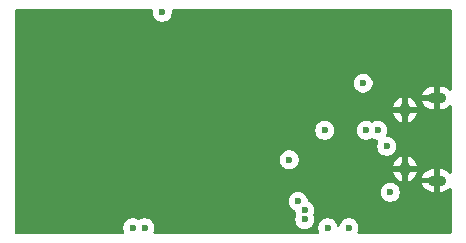
<source format=gbr>
%TF.GenerationSoftware,KiCad,Pcbnew,9.0.1*%
%TF.CreationDate,2025-05-26T16:44:25+02:00*%
%TF.ProjectId,Janus HW,4a616e75-7320-4485-972e-6b696361645f,rev?*%
%TF.SameCoordinates,Original*%
%TF.FileFunction,Copper,L3,Inr*%
%TF.FilePolarity,Positive*%
%FSLAX46Y46*%
G04 Gerber Fmt 4.6, Leading zero omitted, Abs format (unit mm)*
G04 Created by KiCad (PCBNEW 9.0.1) date 2025-05-26 16:44:25*
%MOMM*%
%LPD*%
G01*
G04 APERTURE LIST*
%TA.AperFunction,HeatsinkPad*%
%ADD10O,1.550000X0.890000*%
%TD*%
%TA.AperFunction,HeatsinkPad*%
%ADD11O,0.950000X1.250000*%
%TD*%
%TA.AperFunction,ViaPad*%
%ADD12C,0.600000*%
%TD*%
G04 APERTURE END LIST*
D10*
%TO.N,GND*%
%TO.C,J1*%
X202500000Y-64000000D03*
D11*
X199800000Y-65000000D03*
X199800000Y-70000000D03*
D10*
X202500000Y-71000000D03*
%TD*%
D12*
%TO.N,+3.3V*%
X196250000Y-62750000D03*
%TO.N,GND*%
X195000000Y-62000000D03*
X194250000Y-60250000D03*
X191000000Y-62250000D03*
%TO.N,Net-(J1-D-)*%
X197500000Y-66750000D03*
%TO.N,Net-(J1-D+)*%
X196500000Y-66750000D03*
%TO.N,GND*%
X191508630Y-65743806D03*
%TO.N,+5V*%
X193000000Y-66750000D03*
%TO.N,GND*%
X199750000Y-73250000D03*
%TO.N,SPI_NSS*%
X193250000Y-75000000D03*
%TO.N,SPI_SCK*%
X190750000Y-72750000D03*
%TO.N,SPI_DIO0*%
X190000000Y-69250000D03*
%TO.N,+3.3V*%
X179250000Y-56750000D03*
%TO.N,GND*%
X194805000Y-71305000D03*
X194805000Y-71305000D03*
X181250000Y-75000000D03*
X175000000Y-75000000D03*
X186750000Y-72750000D03*
X186500000Y-58000000D03*
X172750000Y-56750000D03*
X171500000Y-56750000D03*
%TO.N,+3.3V*%
X177750000Y-75000000D03*
X176750000Y-75000000D03*
%TO.N,SPI_MISO*%
X191305000Y-73500000D03*
%TO.N,SPI_MOSI*%
X191305000Y-74300003D03*
%TO.N,+3.3V*%
X198555000Y-72000000D03*
X195055000Y-75000000D03*
X198250000Y-68100000D03*
%TD*%
%TA.AperFunction,Conductor*%
%TO.N,GND*%
G36*
X178399390Y-56520185D02*
G01*
X178445145Y-56572989D01*
X178455089Y-56642147D01*
X178453969Y-56648690D01*
X178449500Y-56671158D01*
X178449500Y-56828846D01*
X178480261Y-56983489D01*
X178480264Y-56983501D01*
X178540602Y-57129172D01*
X178540609Y-57129185D01*
X178628210Y-57260288D01*
X178628213Y-57260292D01*
X178739707Y-57371786D01*
X178739711Y-57371789D01*
X178870814Y-57459390D01*
X178870827Y-57459397D01*
X179016498Y-57519735D01*
X179016503Y-57519737D01*
X179171153Y-57550499D01*
X179171156Y-57550500D01*
X179171158Y-57550500D01*
X179328844Y-57550500D01*
X179328845Y-57550499D01*
X179483497Y-57519737D01*
X179629179Y-57459394D01*
X179760289Y-57371789D01*
X179871789Y-57260289D01*
X179959394Y-57129179D01*
X180019737Y-56983497D01*
X180050500Y-56828842D01*
X180050500Y-56671158D01*
X180046031Y-56648690D01*
X180052260Y-56579099D01*
X180095123Y-56523922D01*
X180161013Y-56500678D01*
X180167649Y-56500500D01*
X203625500Y-56500500D01*
X203692539Y-56520185D01*
X203738294Y-56572989D01*
X203749500Y-56624500D01*
X203749500Y-63283706D01*
X203729815Y-63350745D01*
X203677011Y-63396500D01*
X203607853Y-63406444D01*
X203544297Y-63377419D01*
X203537819Y-63371387D01*
X203432405Y-63265973D01*
X203432401Y-63265970D01*
X203277631Y-63162555D01*
X203277622Y-63162550D01*
X203105646Y-63091316D01*
X203105638Y-63091314D01*
X202923077Y-63055000D01*
X202750000Y-63055000D01*
X202750000Y-63750000D01*
X202250000Y-63750000D01*
X202250000Y-63055000D01*
X202076923Y-63055000D01*
X201894361Y-63091314D01*
X201894353Y-63091316D01*
X201722377Y-63162550D01*
X201722368Y-63162555D01*
X201567598Y-63265970D01*
X201567594Y-63265973D01*
X201435973Y-63397594D01*
X201435970Y-63397598D01*
X201332555Y-63552368D01*
X201332548Y-63552381D01*
X201261317Y-63724350D01*
X201261316Y-63724355D01*
X201256216Y-63750000D01*
X202125272Y-63750000D01*
X202033386Y-63788060D01*
X201963060Y-63858386D01*
X201925000Y-63950272D01*
X201925000Y-64049728D01*
X201963060Y-64141614D01*
X202033386Y-64211940D01*
X202125272Y-64250000D01*
X201256216Y-64250000D01*
X201261316Y-64275644D01*
X201261317Y-64275649D01*
X201332548Y-64447618D01*
X201332555Y-64447631D01*
X201435970Y-64602401D01*
X201435973Y-64602405D01*
X201567594Y-64734026D01*
X201567598Y-64734029D01*
X201722368Y-64837444D01*
X201722377Y-64837449D01*
X201894353Y-64908683D01*
X201894361Y-64908685D01*
X202076921Y-64944999D01*
X202076924Y-64945000D01*
X202250000Y-64945000D01*
X202250000Y-64250000D01*
X202750000Y-64250000D01*
X202750000Y-64945000D01*
X202923076Y-64945000D01*
X202923078Y-64944999D01*
X203105638Y-64908685D01*
X203105646Y-64908683D01*
X203277622Y-64837449D01*
X203277631Y-64837444D01*
X203432401Y-64734029D01*
X203432405Y-64734026D01*
X203537819Y-64628613D01*
X203599142Y-64595128D01*
X203668834Y-64600112D01*
X203724767Y-64641984D01*
X203749184Y-64707448D01*
X203749500Y-64716294D01*
X203749500Y-70283706D01*
X203729815Y-70350745D01*
X203677011Y-70396500D01*
X203607853Y-70406444D01*
X203544297Y-70377419D01*
X203537819Y-70371387D01*
X203432405Y-70265973D01*
X203432401Y-70265970D01*
X203277631Y-70162555D01*
X203277622Y-70162550D01*
X203105646Y-70091316D01*
X203105638Y-70091314D01*
X202923077Y-70055000D01*
X202750000Y-70055000D01*
X202750000Y-70750000D01*
X202250000Y-70750000D01*
X202250000Y-70055000D01*
X202076923Y-70055000D01*
X201894361Y-70091314D01*
X201894353Y-70091316D01*
X201722377Y-70162550D01*
X201722368Y-70162555D01*
X201567598Y-70265970D01*
X201567594Y-70265973D01*
X201435973Y-70397594D01*
X201435970Y-70397598D01*
X201332555Y-70552368D01*
X201332548Y-70552381D01*
X201261317Y-70724350D01*
X201261316Y-70724355D01*
X201256216Y-70750000D01*
X202125272Y-70750000D01*
X202033386Y-70788060D01*
X201963060Y-70858386D01*
X201925000Y-70950272D01*
X201925000Y-71049728D01*
X201963060Y-71141614D01*
X202033386Y-71211940D01*
X202125272Y-71250000D01*
X201256216Y-71250000D01*
X201261316Y-71275644D01*
X201261317Y-71275649D01*
X201332548Y-71447618D01*
X201332555Y-71447631D01*
X201435970Y-71602401D01*
X201435973Y-71602405D01*
X201567594Y-71734026D01*
X201567598Y-71734029D01*
X201722368Y-71837444D01*
X201722377Y-71837449D01*
X201894353Y-71908683D01*
X201894361Y-71908685D01*
X202076921Y-71944999D01*
X202076924Y-71945000D01*
X202250000Y-71945000D01*
X202250000Y-71250000D01*
X202750000Y-71250000D01*
X202750000Y-71945000D01*
X202923076Y-71945000D01*
X202923078Y-71944999D01*
X203105638Y-71908685D01*
X203105646Y-71908683D01*
X203277622Y-71837449D01*
X203277631Y-71837444D01*
X203432401Y-71734029D01*
X203432405Y-71734026D01*
X203537819Y-71628613D01*
X203599142Y-71595128D01*
X203668834Y-71600112D01*
X203724767Y-71641984D01*
X203749184Y-71707448D01*
X203749500Y-71716294D01*
X203749500Y-75375500D01*
X203729815Y-75442539D01*
X203677011Y-75488294D01*
X203625500Y-75499500D01*
X195900134Y-75499500D01*
X195833095Y-75479815D01*
X195787340Y-75427011D01*
X195777396Y-75357853D01*
X195785573Y-75328047D01*
X195824737Y-75233497D01*
X195855500Y-75078842D01*
X195855500Y-74921158D01*
X195855500Y-74921155D01*
X195855499Y-74921153D01*
X195846202Y-74874413D01*
X195824737Y-74766503D01*
X195824735Y-74766498D01*
X195764397Y-74620827D01*
X195764390Y-74620814D01*
X195676789Y-74489711D01*
X195676786Y-74489707D01*
X195565292Y-74378213D01*
X195565288Y-74378210D01*
X195434185Y-74290609D01*
X195434172Y-74290602D01*
X195288501Y-74230264D01*
X195288489Y-74230261D01*
X195133845Y-74199500D01*
X195133842Y-74199500D01*
X194976158Y-74199500D01*
X194976155Y-74199500D01*
X194821510Y-74230261D01*
X194821498Y-74230264D01*
X194675827Y-74290602D01*
X194675814Y-74290609D01*
X194544711Y-74378210D01*
X194544707Y-74378213D01*
X194433213Y-74489707D01*
X194433210Y-74489711D01*
X194345609Y-74620814D01*
X194345602Y-74620827D01*
X194285264Y-74766498D01*
X194285261Y-74766508D01*
X194274117Y-74822535D01*
X194241732Y-74884446D01*
X194181016Y-74919020D01*
X194111247Y-74915280D01*
X194054575Y-74874413D01*
X194030883Y-74822535D01*
X194019738Y-74766508D01*
X194019737Y-74766507D01*
X194019737Y-74766503D01*
X194019735Y-74766498D01*
X193959397Y-74620827D01*
X193959390Y-74620814D01*
X193871789Y-74489711D01*
X193871786Y-74489707D01*
X193760292Y-74378213D01*
X193760288Y-74378210D01*
X193629185Y-74290609D01*
X193629172Y-74290602D01*
X193483501Y-74230264D01*
X193483489Y-74230261D01*
X193328845Y-74199500D01*
X193328842Y-74199500D01*
X193171158Y-74199500D01*
X193171155Y-74199500D01*
X193016510Y-74230261D01*
X193016498Y-74230264D01*
X192870827Y-74290602D01*
X192870814Y-74290609D01*
X192739711Y-74378210D01*
X192739707Y-74378213D01*
X192628213Y-74489707D01*
X192628210Y-74489711D01*
X192540609Y-74620814D01*
X192540602Y-74620827D01*
X192480264Y-74766498D01*
X192480261Y-74766510D01*
X192449500Y-74921153D01*
X192449500Y-75078846D01*
X192480261Y-75233489D01*
X192480263Y-75233497D01*
X192519427Y-75328047D01*
X192526896Y-75397517D01*
X192495621Y-75459996D01*
X192435532Y-75495648D01*
X192404866Y-75499500D01*
X178595134Y-75499500D01*
X178528095Y-75479815D01*
X178482340Y-75427011D01*
X178472396Y-75357853D01*
X178480573Y-75328047D01*
X178519737Y-75233497D01*
X178550500Y-75078842D01*
X178550500Y-74921158D01*
X178550500Y-74921155D01*
X178550499Y-74921153D01*
X178541202Y-74874413D01*
X178519737Y-74766503D01*
X178519735Y-74766498D01*
X178459397Y-74620827D01*
X178459390Y-74620814D01*
X178371789Y-74489711D01*
X178371786Y-74489707D01*
X178260292Y-74378213D01*
X178260288Y-74378210D01*
X178129185Y-74290609D01*
X178129172Y-74290602D01*
X177983501Y-74230264D01*
X177983489Y-74230261D01*
X177828845Y-74199500D01*
X177828842Y-74199500D01*
X177671158Y-74199500D01*
X177671155Y-74199500D01*
X177516510Y-74230261D01*
X177516498Y-74230264D01*
X177370827Y-74290602D01*
X177370814Y-74290609D01*
X177318891Y-74325304D01*
X177252214Y-74346182D01*
X177184833Y-74327698D01*
X177181109Y-74325304D01*
X177129185Y-74290609D01*
X177129172Y-74290602D01*
X176983501Y-74230264D01*
X176983489Y-74230261D01*
X176828845Y-74199500D01*
X176828842Y-74199500D01*
X176671158Y-74199500D01*
X176671155Y-74199500D01*
X176516510Y-74230261D01*
X176516498Y-74230264D01*
X176370827Y-74290602D01*
X176370814Y-74290609D01*
X176239711Y-74378210D01*
X176239707Y-74378213D01*
X176128213Y-74489707D01*
X176128210Y-74489711D01*
X176040609Y-74620814D01*
X176040602Y-74620827D01*
X175980264Y-74766498D01*
X175980261Y-74766510D01*
X175949500Y-74921153D01*
X175949500Y-75078846D01*
X175980261Y-75233489D01*
X175980263Y-75233497D01*
X176019427Y-75328047D01*
X176026896Y-75397517D01*
X175995621Y-75459996D01*
X175935532Y-75495648D01*
X175904866Y-75499500D01*
X166874500Y-75499500D01*
X166807461Y-75479815D01*
X166761706Y-75427011D01*
X166750500Y-75375500D01*
X166750500Y-72671153D01*
X189949500Y-72671153D01*
X189949500Y-72828846D01*
X189980261Y-72983489D01*
X189980264Y-72983501D01*
X190040602Y-73129172D01*
X190040609Y-73129185D01*
X190128210Y-73260288D01*
X190128213Y-73260292D01*
X190239707Y-73371786D01*
X190239711Y-73371789D01*
X190370817Y-73459392D01*
X190370819Y-73459392D01*
X190370821Y-73459394D01*
X190429374Y-73483647D01*
X190483778Y-73527487D01*
X190503539Y-73574016D01*
X190535261Y-73733491D01*
X190535264Y-73733501D01*
X190584575Y-73852549D01*
X190592044Y-73922018D01*
X190584575Y-73947453D01*
X190535264Y-74066501D01*
X190535261Y-74066513D01*
X190504500Y-74221156D01*
X190504500Y-74378849D01*
X190535261Y-74533492D01*
X190535264Y-74533504D01*
X190595602Y-74679175D01*
X190595609Y-74679188D01*
X190683210Y-74810291D01*
X190683213Y-74810295D01*
X190794707Y-74921789D01*
X190794711Y-74921792D01*
X190925814Y-75009393D01*
X190925827Y-75009400D01*
X191071498Y-75069738D01*
X191071503Y-75069740D01*
X191226153Y-75100502D01*
X191226156Y-75100503D01*
X191226158Y-75100503D01*
X191383844Y-75100503D01*
X191383845Y-75100502D01*
X191538497Y-75069740D01*
X191684179Y-75009397D01*
X191815289Y-74921792D01*
X191926789Y-74810292D01*
X192014394Y-74679182D01*
X192074737Y-74533500D01*
X192105500Y-74378845D01*
X192105500Y-74221161D01*
X192105500Y-74221158D01*
X192105499Y-74221156D01*
X192074738Y-74066513D01*
X192074737Y-74066506D01*
X192025423Y-73947452D01*
X192017955Y-73877984D01*
X192025424Y-73852549D01*
X192074737Y-73733497D01*
X192105500Y-73578842D01*
X192105500Y-73421158D01*
X192105500Y-73421155D01*
X192105499Y-73421153D01*
X192074738Y-73266510D01*
X192074737Y-73266503D01*
X192072163Y-73260288D01*
X192014397Y-73120827D01*
X192014390Y-73120814D01*
X191926789Y-72989711D01*
X191926786Y-72989707D01*
X191815292Y-72878213D01*
X191815288Y-72878210D01*
X191684185Y-72790609D01*
X191684179Y-72790606D01*
X191625623Y-72766351D01*
X191571220Y-72722509D01*
X191551460Y-72675981D01*
X191519738Y-72516510D01*
X191519737Y-72516503D01*
X191517163Y-72510288D01*
X191459397Y-72370827D01*
X191459390Y-72370814D01*
X191371789Y-72239711D01*
X191371786Y-72239707D01*
X191260292Y-72128213D01*
X191260288Y-72128210D01*
X191129185Y-72040609D01*
X191129173Y-72040602D01*
X191102674Y-72029627D01*
X190983501Y-71980264D01*
X190983489Y-71980261D01*
X190828845Y-71949500D01*
X190828842Y-71949500D01*
X190671158Y-71949500D01*
X190671155Y-71949500D01*
X190516510Y-71980261D01*
X190516498Y-71980264D01*
X190370827Y-72040602D01*
X190370814Y-72040609D01*
X190239711Y-72128210D01*
X190239707Y-72128213D01*
X190128213Y-72239707D01*
X190128210Y-72239711D01*
X190040609Y-72370814D01*
X190040602Y-72370827D01*
X189980264Y-72516498D01*
X189980261Y-72516510D01*
X189949500Y-72671153D01*
X166750500Y-72671153D01*
X166750500Y-71921153D01*
X197754500Y-71921153D01*
X197754500Y-72078846D01*
X197785261Y-72233489D01*
X197785264Y-72233501D01*
X197845602Y-72379172D01*
X197845609Y-72379185D01*
X197933210Y-72510288D01*
X197933213Y-72510292D01*
X198044707Y-72621786D01*
X198044711Y-72621789D01*
X198175814Y-72709390D01*
X198175827Y-72709397D01*
X198313328Y-72766351D01*
X198321503Y-72769737D01*
X198476153Y-72800499D01*
X198476156Y-72800500D01*
X198476158Y-72800500D01*
X198633844Y-72800500D01*
X198633845Y-72800499D01*
X198788497Y-72769737D01*
X198934179Y-72709394D01*
X199065289Y-72621789D01*
X199176789Y-72510289D01*
X199264394Y-72379179D01*
X199267854Y-72370827D01*
X199322163Y-72239711D01*
X199324737Y-72233497D01*
X199355500Y-72078842D01*
X199355500Y-71921158D01*
X199355500Y-71921155D01*
X199355499Y-71921153D01*
X199324738Y-71766510D01*
X199324737Y-71766503D01*
X199267622Y-71628613D01*
X199264397Y-71620827D01*
X199264390Y-71620814D01*
X199176789Y-71489711D01*
X199176786Y-71489707D01*
X199065292Y-71378213D01*
X199065288Y-71378210D01*
X198934185Y-71290609D01*
X198934172Y-71290602D01*
X198788501Y-71230264D01*
X198788489Y-71230261D01*
X198633845Y-71199500D01*
X198633842Y-71199500D01*
X198476158Y-71199500D01*
X198476155Y-71199500D01*
X198321510Y-71230261D01*
X198321498Y-71230264D01*
X198175827Y-71290602D01*
X198175814Y-71290609D01*
X198044711Y-71378210D01*
X198044707Y-71378213D01*
X197933213Y-71489707D01*
X197933210Y-71489711D01*
X197845609Y-71620814D01*
X197845602Y-71620827D01*
X197785264Y-71766498D01*
X197785261Y-71766510D01*
X197754500Y-71921153D01*
X166750500Y-71921153D01*
X166750500Y-69171153D01*
X189199500Y-69171153D01*
X189199500Y-69328846D01*
X189230261Y-69483489D01*
X189230264Y-69483501D01*
X189290602Y-69629172D01*
X189290609Y-69629185D01*
X189378210Y-69760288D01*
X189378213Y-69760292D01*
X189489707Y-69871786D01*
X189489711Y-69871789D01*
X189620814Y-69959390D01*
X189620827Y-69959397D01*
X189766498Y-70019735D01*
X189766503Y-70019737D01*
X189921153Y-70050499D01*
X189921156Y-70050500D01*
X189921158Y-70050500D01*
X190078844Y-70050500D01*
X190078845Y-70050499D01*
X190233497Y-70019737D01*
X190379179Y-69959394D01*
X190510289Y-69871789D01*
X190621789Y-69760289D01*
X190628665Y-69749999D01*
X198825789Y-69749999D01*
X198825790Y-69750000D01*
X199543763Y-69750000D01*
X199525000Y-69795299D01*
X199525000Y-70204701D01*
X199543763Y-70250000D01*
X198825789Y-70250000D01*
X198862466Y-70434389D01*
X198862468Y-70434397D01*
X198935964Y-70611833D01*
X198935969Y-70611842D01*
X199042667Y-70771526D01*
X199042670Y-70771530D01*
X199178471Y-70907331D01*
X199338157Y-71014030D01*
X199338167Y-71014035D01*
X199515599Y-71087530D01*
X199515606Y-71087533D01*
X199550000Y-71094373D01*
X199550000Y-70265056D01*
X199566866Y-70305775D01*
X199644225Y-70383134D01*
X199745299Y-70425000D01*
X199854701Y-70425000D01*
X199955775Y-70383134D01*
X200033134Y-70305775D01*
X200050000Y-70265056D01*
X200050000Y-71094373D01*
X200084393Y-71087532D01*
X200084400Y-71087530D01*
X200261832Y-71014035D01*
X200261842Y-71014030D01*
X200421529Y-70907331D01*
X200421530Y-70907329D01*
X200557329Y-70771530D01*
X200557332Y-70771526D01*
X200595477Y-70714440D01*
X200664030Y-70611842D01*
X200664035Y-70611833D01*
X200737531Y-70434397D01*
X200737533Y-70434389D01*
X200774210Y-70250000D01*
X200056237Y-70250000D01*
X200075000Y-70204701D01*
X200075000Y-69795299D01*
X200056237Y-69750000D01*
X200774210Y-69750000D01*
X200774210Y-69749999D01*
X200737533Y-69565610D01*
X200737531Y-69565602D01*
X200664035Y-69388166D01*
X200664030Y-69388157D01*
X200557332Y-69228473D01*
X200557329Y-69228469D01*
X200421530Y-69092670D01*
X200421526Y-69092667D01*
X200261842Y-68985969D01*
X200261833Y-68985964D01*
X200084397Y-68912468D01*
X200084389Y-68912466D01*
X200050000Y-68905625D01*
X200050000Y-69734943D01*
X200033134Y-69694225D01*
X199955775Y-69616866D01*
X199854701Y-69575000D01*
X199745299Y-69575000D01*
X199644225Y-69616866D01*
X199566866Y-69694225D01*
X199550000Y-69734943D01*
X199550000Y-68905625D01*
X199515610Y-68912466D01*
X199515602Y-68912468D01*
X199338166Y-68985964D01*
X199338157Y-68985969D01*
X199178473Y-69092667D01*
X199178469Y-69092670D01*
X199042670Y-69228469D01*
X199042667Y-69228473D01*
X198935969Y-69388157D01*
X198935964Y-69388166D01*
X198862468Y-69565602D01*
X198862466Y-69565610D01*
X198825789Y-69749999D01*
X190628665Y-69749999D01*
X190709394Y-69629179D01*
X190769737Y-69483497D01*
X190800500Y-69328842D01*
X190800500Y-69171158D01*
X190800500Y-69171155D01*
X190800499Y-69171153D01*
X190769737Y-69016503D01*
X190769735Y-69016498D01*
X190709397Y-68870827D01*
X190709390Y-68870814D01*
X190621789Y-68739711D01*
X190621786Y-68739707D01*
X190510292Y-68628213D01*
X190510288Y-68628210D01*
X190379185Y-68540609D01*
X190379172Y-68540602D01*
X190233501Y-68480264D01*
X190233489Y-68480261D01*
X190078845Y-68449500D01*
X190078842Y-68449500D01*
X189921158Y-68449500D01*
X189921155Y-68449500D01*
X189766510Y-68480261D01*
X189766498Y-68480264D01*
X189620827Y-68540602D01*
X189620814Y-68540609D01*
X189489711Y-68628210D01*
X189489707Y-68628213D01*
X189378213Y-68739707D01*
X189378210Y-68739711D01*
X189290609Y-68870814D01*
X189290602Y-68870827D01*
X189230264Y-69016498D01*
X189230261Y-69016510D01*
X189199500Y-69171153D01*
X166750500Y-69171153D01*
X166750500Y-66671153D01*
X192199500Y-66671153D01*
X192199500Y-66828846D01*
X192230261Y-66983489D01*
X192230264Y-66983501D01*
X192290602Y-67129172D01*
X192290609Y-67129185D01*
X192378210Y-67260288D01*
X192378213Y-67260292D01*
X192489707Y-67371786D01*
X192489711Y-67371789D01*
X192620814Y-67459390D01*
X192620827Y-67459397D01*
X192666254Y-67478213D01*
X192766503Y-67519737D01*
X192921153Y-67550499D01*
X192921156Y-67550500D01*
X192921158Y-67550500D01*
X193078844Y-67550500D01*
X193078845Y-67550499D01*
X193233497Y-67519737D01*
X193379179Y-67459394D01*
X193510289Y-67371789D01*
X193621789Y-67260289D01*
X193709394Y-67129179D01*
X193709863Y-67128048D01*
X193769735Y-66983501D01*
X193769737Y-66983497D01*
X193800500Y-66828842D01*
X193800500Y-66671158D01*
X193800500Y-66671155D01*
X193800499Y-66671153D01*
X195699500Y-66671153D01*
X195699500Y-66828846D01*
X195730261Y-66983489D01*
X195730264Y-66983501D01*
X195790602Y-67129172D01*
X195790609Y-67129185D01*
X195878210Y-67260288D01*
X195878213Y-67260292D01*
X195989707Y-67371786D01*
X195989711Y-67371789D01*
X196120814Y-67459390D01*
X196120827Y-67459397D01*
X196166254Y-67478213D01*
X196266503Y-67519737D01*
X196421153Y-67550499D01*
X196421156Y-67550500D01*
X196421158Y-67550500D01*
X196578844Y-67550500D01*
X196578845Y-67550499D01*
X196733497Y-67519737D01*
X196879179Y-67459394D01*
X196931110Y-67424694D01*
X196997785Y-67403816D01*
X197065165Y-67422300D01*
X197068863Y-67424676D01*
X197120821Y-67459394D01*
X197120823Y-67459395D01*
X197120825Y-67459396D01*
X197166254Y-67478213D01*
X197266503Y-67519737D01*
X197421153Y-67550499D01*
X197421156Y-67550500D01*
X197425576Y-67550500D01*
X197492615Y-67570185D01*
X197538370Y-67622989D01*
X197548314Y-67692147D01*
X197540137Y-67721952D01*
X197480264Y-67866498D01*
X197480261Y-67866510D01*
X197449500Y-68021153D01*
X197449500Y-68178846D01*
X197480261Y-68333489D01*
X197480264Y-68333501D01*
X197540602Y-68479172D01*
X197540609Y-68479185D01*
X197628210Y-68610288D01*
X197628213Y-68610292D01*
X197739707Y-68721786D01*
X197739711Y-68721789D01*
X197870814Y-68809390D01*
X197870827Y-68809397D01*
X198016498Y-68869735D01*
X198016503Y-68869737D01*
X198171153Y-68900499D01*
X198171156Y-68900500D01*
X198171158Y-68900500D01*
X198328844Y-68900500D01*
X198328845Y-68900499D01*
X198483497Y-68869737D01*
X198629179Y-68809394D01*
X198760289Y-68721789D01*
X198871789Y-68610289D01*
X198959394Y-68479179D01*
X199019737Y-68333497D01*
X199050500Y-68178842D01*
X199050500Y-68021158D01*
X199050500Y-68021155D01*
X199050499Y-68021153D01*
X199019738Y-67866510D01*
X199019737Y-67866503D01*
X199019735Y-67866498D01*
X198959397Y-67720827D01*
X198959390Y-67720814D01*
X198871789Y-67589711D01*
X198871786Y-67589707D01*
X198760292Y-67478213D01*
X198760288Y-67478210D01*
X198629185Y-67390609D01*
X198629172Y-67390602D01*
X198483501Y-67330264D01*
X198483489Y-67330261D01*
X198328845Y-67299500D01*
X198328842Y-67299500D01*
X198324424Y-67299500D01*
X198257385Y-67279815D01*
X198211630Y-67227011D01*
X198201686Y-67157853D01*
X198209863Y-67128048D01*
X198269735Y-66983501D01*
X198269737Y-66983497D01*
X198300500Y-66828842D01*
X198300500Y-66671158D01*
X198300500Y-66671155D01*
X198300499Y-66671153D01*
X198269738Y-66516510D01*
X198269737Y-66516503D01*
X198269735Y-66516498D01*
X198209397Y-66370827D01*
X198209390Y-66370814D01*
X198121789Y-66239711D01*
X198121786Y-66239707D01*
X198010292Y-66128213D01*
X198010288Y-66128210D01*
X197879185Y-66040609D01*
X197879172Y-66040602D01*
X197733501Y-65980264D01*
X197733489Y-65980261D01*
X197578845Y-65949500D01*
X197578842Y-65949500D01*
X197421158Y-65949500D01*
X197421155Y-65949500D01*
X197266510Y-65980261D01*
X197266498Y-65980264D01*
X197120827Y-66040602D01*
X197120814Y-66040609D01*
X197068891Y-66075304D01*
X197002214Y-66096182D01*
X196934833Y-66077698D01*
X196931109Y-66075304D01*
X196879185Y-66040609D01*
X196879172Y-66040602D01*
X196733501Y-65980264D01*
X196733489Y-65980261D01*
X196578845Y-65949500D01*
X196578842Y-65949500D01*
X196421158Y-65949500D01*
X196421155Y-65949500D01*
X196266510Y-65980261D01*
X196266498Y-65980264D01*
X196120827Y-66040602D01*
X196120814Y-66040609D01*
X195989711Y-66128210D01*
X195989707Y-66128213D01*
X195878213Y-66239707D01*
X195878210Y-66239711D01*
X195790609Y-66370814D01*
X195790602Y-66370827D01*
X195730264Y-66516498D01*
X195730261Y-66516510D01*
X195699500Y-66671153D01*
X193800499Y-66671153D01*
X193769738Y-66516510D01*
X193769737Y-66516503D01*
X193769735Y-66516498D01*
X193709397Y-66370827D01*
X193709390Y-66370814D01*
X193621789Y-66239711D01*
X193621786Y-66239707D01*
X193510292Y-66128213D01*
X193510288Y-66128210D01*
X193379185Y-66040609D01*
X193379172Y-66040602D01*
X193233501Y-65980264D01*
X193233489Y-65980261D01*
X193078845Y-65949500D01*
X193078842Y-65949500D01*
X192921158Y-65949500D01*
X192921155Y-65949500D01*
X192766510Y-65980261D01*
X192766498Y-65980264D01*
X192620827Y-66040602D01*
X192620814Y-66040609D01*
X192489711Y-66128210D01*
X192489707Y-66128213D01*
X192378213Y-66239707D01*
X192378210Y-66239711D01*
X192290609Y-66370814D01*
X192290602Y-66370827D01*
X192230264Y-66516498D01*
X192230261Y-66516510D01*
X192199500Y-66671153D01*
X166750500Y-66671153D01*
X166750500Y-64749999D01*
X198825789Y-64749999D01*
X198825790Y-64750000D01*
X199543763Y-64750000D01*
X199525000Y-64795299D01*
X199525000Y-65204701D01*
X199543763Y-65250000D01*
X198825789Y-65250000D01*
X198862466Y-65434389D01*
X198862468Y-65434397D01*
X198935964Y-65611833D01*
X198935969Y-65611842D01*
X199042667Y-65771526D01*
X199042670Y-65771530D01*
X199178469Y-65907329D01*
X199178473Y-65907332D01*
X199338157Y-66014030D01*
X199338167Y-66014035D01*
X199515599Y-66087530D01*
X199515606Y-66087533D01*
X199550000Y-66094373D01*
X199550000Y-65265056D01*
X199566866Y-65305775D01*
X199644225Y-65383134D01*
X199745299Y-65425000D01*
X199854701Y-65425000D01*
X199955775Y-65383134D01*
X200033134Y-65305775D01*
X200050000Y-65265056D01*
X200050000Y-66094372D01*
X200084393Y-66087533D01*
X200084400Y-66087530D01*
X200261832Y-66014035D01*
X200261842Y-66014030D01*
X200421526Y-65907332D01*
X200421530Y-65907329D01*
X200557329Y-65771530D01*
X200557332Y-65771526D01*
X200664030Y-65611842D01*
X200664035Y-65611833D01*
X200737531Y-65434397D01*
X200737533Y-65434389D01*
X200774210Y-65250000D01*
X200056237Y-65250000D01*
X200075000Y-65204701D01*
X200075000Y-64795299D01*
X200056237Y-64750000D01*
X200774210Y-64750000D01*
X200774210Y-64749999D01*
X200737533Y-64565610D01*
X200737531Y-64565602D01*
X200664035Y-64388166D01*
X200664030Y-64388157D01*
X200595477Y-64285560D01*
X200557332Y-64228473D01*
X200557329Y-64228469D01*
X200421529Y-64092669D01*
X200421526Y-64092667D01*
X200261842Y-63985969D01*
X200261833Y-63985964D01*
X200084785Y-63912628D01*
X200050000Y-63927920D01*
X200050000Y-64734943D01*
X200033134Y-64694225D01*
X199955775Y-64616866D01*
X199854701Y-64575000D01*
X199745299Y-64575000D01*
X199644225Y-64616866D01*
X199566866Y-64694225D01*
X199550000Y-64734943D01*
X199550000Y-63905625D01*
X199515610Y-63912466D01*
X199515602Y-63912468D01*
X199338166Y-63985964D01*
X199338157Y-63985969D01*
X199178473Y-64092667D01*
X199178471Y-64092669D01*
X199042670Y-64228469D01*
X199042667Y-64228473D01*
X198935969Y-64388157D01*
X198935964Y-64388166D01*
X198862468Y-64565602D01*
X198862466Y-64565610D01*
X198825789Y-64749999D01*
X166750500Y-64749999D01*
X166750500Y-62671153D01*
X195449500Y-62671153D01*
X195449500Y-62828846D01*
X195480261Y-62983489D01*
X195480264Y-62983501D01*
X195540602Y-63129172D01*
X195540609Y-63129185D01*
X195628210Y-63260288D01*
X195628213Y-63260292D01*
X195739707Y-63371786D01*
X195739711Y-63371789D01*
X195870814Y-63459390D01*
X195870827Y-63459397D01*
X196016498Y-63519735D01*
X196016503Y-63519737D01*
X196171153Y-63550499D01*
X196171156Y-63550500D01*
X196171158Y-63550500D01*
X196328844Y-63550500D01*
X196328845Y-63550499D01*
X196483497Y-63519737D01*
X196629179Y-63459394D01*
X196760289Y-63371789D01*
X196871789Y-63260289D01*
X196959394Y-63129179D01*
X197019737Y-62983497D01*
X197050500Y-62828842D01*
X197050500Y-62671158D01*
X197050500Y-62671155D01*
X197050499Y-62671153D01*
X197019738Y-62516510D01*
X197019737Y-62516503D01*
X197019735Y-62516498D01*
X196959397Y-62370827D01*
X196959390Y-62370814D01*
X196871789Y-62239711D01*
X196871786Y-62239707D01*
X196760292Y-62128213D01*
X196760288Y-62128210D01*
X196629185Y-62040609D01*
X196629172Y-62040602D01*
X196483501Y-61980264D01*
X196483489Y-61980261D01*
X196328845Y-61949500D01*
X196328842Y-61949500D01*
X196171158Y-61949500D01*
X196171155Y-61949500D01*
X196016510Y-61980261D01*
X196016498Y-61980264D01*
X195870827Y-62040602D01*
X195870814Y-62040609D01*
X195739711Y-62128210D01*
X195739707Y-62128213D01*
X195628213Y-62239707D01*
X195628210Y-62239711D01*
X195540609Y-62370814D01*
X195540602Y-62370827D01*
X195480264Y-62516498D01*
X195480261Y-62516510D01*
X195449500Y-62671153D01*
X166750500Y-62671153D01*
X166750500Y-56624500D01*
X166770185Y-56557461D01*
X166822989Y-56511706D01*
X166874500Y-56500500D01*
X178332351Y-56500500D01*
X178399390Y-56520185D01*
G37*
%TD.AperFunction*%
%TD*%
M02*

</source>
